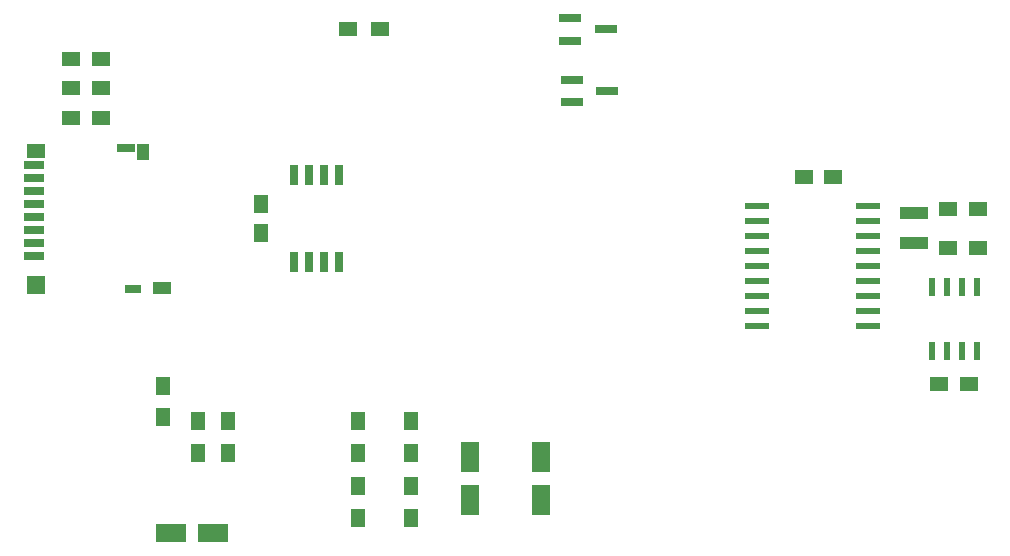
<source format=gtp>
G04 #@! TF.GenerationSoftware,KiCad,Pcbnew,no-vcs-found-01f5a12~58~ubuntu16.04.1*
G04 #@! TF.CreationDate,2017-04-25T17:38:21-04:00*
G04 #@! TF.ProjectId,noeud_senseur,6E6F6575645F73656E736575722E6B69,rev?*
G04 #@! TF.FileFunction,Paste,Top*
G04 #@! TF.FilePolarity,Positive*
%FSLAX46Y46*%
G04 Gerber Fmt 4.6, Leading zero omitted, Abs format (unit mm)*
G04 Created by KiCad (PCBNEW no-vcs-found-01f5a12~58~ubuntu16.04.1) date Tue Apr 25 17:38:21 2017*
%MOMM*%
%LPD*%
G01*
G04 APERTURE LIST*
%ADD10C,0.100000*%
%ADD11R,0.650000X1.700000*%
%ADD12R,1.500000X1.250000*%
%ADD13R,1.550000X1.000000*%
%ADD14R,1.400000X0.800000*%
%ADD15R,1.000000X1.450000*%
%ADD16R,1.500000X0.800000*%
%ADD17R,1.500000X1.300000*%
%ADD18R,1.500000X1.500000*%
%ADD19R,1.750000X0.700000*%
%ADD20R,1.600000X2.600000*%
%ADD21R,1.250000X1.500000*%
%ADD22R,1.300000X1.500000*%
%ADD23R,0.600000X1.550000*%
%ADD24R,2.000000X0.600000*%
%ADD25R,2.400000X1.100000*%
%ADD26R,2.600000X1.600000*%
%ADD27R,1.900000X0.800000*%
G04 APERTURE END LIST*
D10*
D11*
X114595000Y-100850000D03*
X115865000Y-100850000D03*
X117135000Y-100850000D03*
X118405000Y-100850000D03*
X118405000Y-108150000D03*
X117135000Y-108150000D03*
X115865000Y-108150000D03*
X114595000Y-108150000D03*
D12*
X95750000Y-93500000D03*
X98250000Y-93500000D03*
D13*
X103425000Y-110350000D03*
D14*
X101000000Y-110500000D03*
D15*
X101850000Y-98875000D03*
D16*
X100350000Y-98550000D03*
D17*
X92750000Y-98800000D03*
D18*
X92750000Y-110150000D03*
D19*
X92625000Y-107700000D03*
X92625000Y-106600000D03*
X92625000Y-105500000D03*
X92625000Y-104400000D03*
X92625000Y-103300000D03*
X92625000Y-102200000D03*
X92625000Y-101100000D03*
X92625000Y-100000000D03*
D20*
X135500000Y-128300000D03*
X135500000Y-124700000D03*
D12*
X169250000Y-118500000D03*
X171750000Y-118500000D03*
X169992000Y-107032000D03*
X172492000Y-107032000D03*
X172492000Y-103730000D03*
X169992000Y-103730000D03*
X98250000Y-91000000D03*
X95750000Y-91000000D03*
X157750000Y-101000000D03*
X160250000Y-101000000D03*
D21*
X111806000Y-103242000D03*
X111806000Y-105742000D03*
D17*
X121850000Y-88500000D03*
X119150000Y-88500000D03*
D22*
X103500000Y-121350000D03*
X103500000Y-118650000D03*
X106500000Y-124350000D03*
X106500000Y-121650000D03*
X109000000Y-124350000D03*
X109000000Y-121650000D03*
X120000000Y-129850000D03*
X120000000Y-127150000D03*
X120000000Y-124350000D03*
X120000000Y-121650000D03*
X124500000Y-121650000D03*
X124500000Y-124350000D03*
X124500000Y-129850000D03*
X124500000Y-127150000D03*
D23*
X168595000Y-115700000D03*
X169865000Y-115700000D03*
X171135000Y-115700000D03*
X172405000Y-115700000D03*
X172405000Y-110300000D03*
X171135000Y-110300000D03*
X169865000Y-110300000D03*
X168595000Y-110300000D03*
D24*
X163200000Y-113580000D03*
X163200000Y-112310000D03*
X163200000Y-111040000D03*
X163200000Y-109770000D03*
X163200000Y-108500000D03*
X163200000Y-107230000D03*
X163200000Y-105960000D03*
X163200000Y-104690000D03*
X163200000Y-103420000D03*
X153800000Y-103420000D03*
X153800000Y-104690000D03*
X153800000Y-105960000D03*
X153800000Y-107230000D03*
X153800000Y-108500000D03*
X153800000Y-109770000D03*
X153800000Y-111040000D03*
X153800000Y-112310000D03*
X153800000Y-113580000D03*
D25*
X167114500Y-106617500D03*
X167114500Y-104017500D03*
D12*
X95750000Y-96000000D03*
X98250000Y-96000000D03*
D26*
X107764000Y-131162000D03*
X104164000Y-131162000D03*
D20*
X129500000Y-124700000D03*
X129500000Y-128300000D03*
D27*
X138119000Y-92747000D03*
X138119000Y-94647000D03*
X141119000Y-93697000D03*
X141000000Y-88500000D03*
X138000000Y-89450000D03*
X138000000Y-87550000D03*
M02*

</source>
